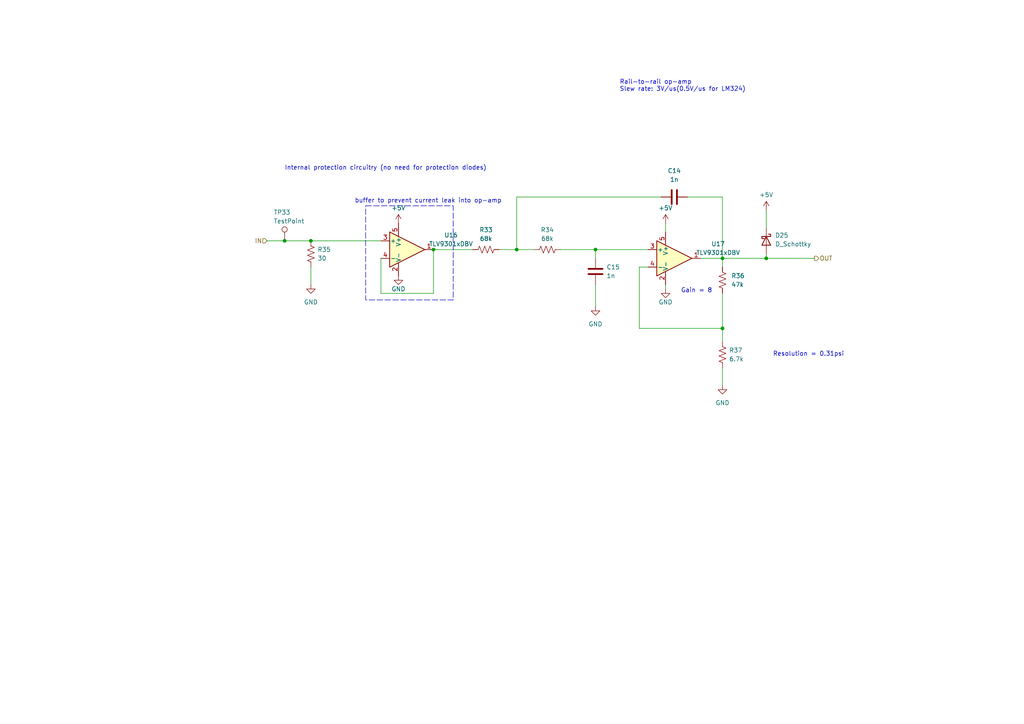
<source format=kicad_sch>
(kicad_sch (version 20230121) (generator eeschema)
  (paper "A4")
  (lib_symbols
    (symbol "Amplifier_Operational:TLV9301xDBV" (pin_names (offset 0.127))
      (property "Reference" "U" (at -1.27 6.35 0))
      (property "Value" "TLV9301xDBV" (at -1.27 3.81 0))
      (symbol "TLV9301xDBV_0_1"
        (polyline (pts (xy -5.08 5.08) (xy 5.08 0) (xy -5.08 -5.08) (xy -5.08 5.08)) (stroke (width 0.254)) (fill (type background)))
        (pin power_in line (at -2.54 -7.62 90) (length 3.81) (name "V-") (number "2"))
        (pin power_in line (at -2.54 7.62 270) (length 3.81) (name "V+") (number "5"))
      )
      (symbol "TLV9301xDBV_1_1"
        (pin output line (at 7.62 0 180) (length 2.54) (name "~") (number "1"))
        (pin input line (at -7.62 2.54 0) (length 2.54) (name "+") (number "3"))
        (pin input line (at -7.62 -2.54 0) (length 2.54) (name "-") (number "4"))
      )
    )
    (symbol "Connector:TestPoint" (pin_numbers hide) (pin_names (offset 0.762) hide)
      (property "Reference" "TP" (at 0 6.858 0))
      (property "Value" "TestPoint" (at 0 5.08 0))
      (symbol "TestPoint_0_1"
        (circle (center 0 3.302) (radius 0.762))
      )
      (symbol "TestPoint_1_1"
        (pin passive line (at 0 0 90) (length 2.54) (name "1") (number "1"))
      )
    )
    (symbol "Device:C" (pin_numbers hide) (pin_names (offset 0.254))
      (property "Reference" "C" (at 0.635 2.54 0))
      (property "Value" "C" (at 0.635 -2.54 0))
      (symbol "C_0_1"
        (polyline (pts (xy -2.032 -0.762) (xy 2.032 -0.762)) (stroke (width 0.508)))
        (polyline (pts (xy -2.032 0.762) (xy 2.032 0.762)) (stroke (width 0.508)))
      )
      (symbol "C_1_1"
        (pin passive line (at 0 3.81 270) (length 2.794) (name "~") (number "1"))
        (pin passive line (at 0 -3.81 90) (length 2.794) (name "~") (number "2"))
      )
    )
    (symbol "Device:D_Schottky" (pin_numbers hide) (pin_names (offset 1.016) hide)
      (property "Reference" "D" (at 0 2.54 0))
      (property "Value" "D_Schottky" (at 0 -2.54 0))
      (symbol "D_Schottky_0_1"
        (polyline (pts (xy 1.27 0) (xy -1.27 0)))
        (polyline (pts (xy 1.27 1.27) (xy 1.27 -1.27) (xy -1.27 0) (xy 1.27 1.27)) (stroke (width 0.254)))
        (polyline (pts (xy -1.905 0.635) (xy -1.905 1.27) (xy -1.27 1.27) (xy -1.27 -1.27) (xy -0.635 -1.27) (xy -0.635 -0.635)) (stroke (width 0.254)))
      )
      (symbol "D_Schottky_1_1"
        (pin passive line (at -3.81 0 0) (length 2.54) (name "K") (number "1"))
        (pin passive line (at 3.81 0 180) (length 2.54) (name "A") (number "2"))
      )
    )
    (symbol "Device:R_US" (pin_numbers hide) (pin_names (offset 0))
      (property "Reference" "R" (at 2.54 0 90))
      (property "Value" "R_US" (at -2.54 0 90))
      (symbol "R_US_0_1"
        (polyline (pts (xy 0 -2.286) (xy 0 -2.54)))
        (polyline (pts (xy 0 2.286) (xy 0 2.54)))
        (polyline (pts (xy 0 -0.762) (xy 1.016 -1.143) (xy 0 -1.524) (xy -1.016 -1.905) (xy 0 -2.286)))
        (polyline (pts (xy 0 0.762) (xy 1.016 0.381) (xy 0 0) (xy -1.016 -0.381) (xy 0 -0.762)))
        (polyline (pts (xy 0 2.286) (xy 1.016 1.905) (xy 0 1.524) (xy -1.016 1.143) (xy 0 0.762)))
      )
      (symbol "R_US_1_1"
        (pin passive line (at 0 3.81 270) (length 1.27) (name "~") (number "1"))
        (pin passive line (at 0 -3.81 90) (length 1.27) (name "~") (number "2"))
      )
    )
    (symbol "power:+5V" (power) (pin_names (offset 0))
      (property "Value" "+5V" (at 0 3.556 0))
      (symbol "+5V_0_1"
        (polyline (pts (xy -0.762 1.27) (xy 0 2.54)))
        (polyline (pts (xy 0 0) (xy 0 2.54)))
        (polyline (pts (xy 0 2.54) (xy 0.762 1.27)))
      )
      (symbol "+5V_1_1"
        (pin power_in line (at 0 0 90) (length 0) hide (name "+5V") (number "1"))
      )
    )
    (symbol "power:GND" (power) (pin_names (offset 0))
      (property "Value" "GND" (at 0 -3.81 0))
      (symbol "GND_0_1"
        (polyline (pts (xy 0 0) (xy 0 -1.27) (xy 1.27 -1.27) (xy 0 -2.54) (xy -1.27 -1.27) (xy 0 -1.27)))
      )
      (symbol "GND_1_1"
        (pin power_in line (at 0 0 270) (length 0) hide (name "GND") (number "1"))
      )
    )
  )
  (junction (at 125.73 72.39))
  (junction (at 172.72 72.39))
  (junction (at 209.55 74.93))
  (junction (at 209.55 95.25))
  (junction (at 149.86 72.39))
  (junction (at 222.25 74.93))
  (junction (at 82.55 69.85))
  (junction (at 90.17 69.85))
  (wire (pts (xy 222.25 60.96) (xy 222.25 66.04)))
  (wire (pts (xy 185.42 95.25) (xy 185.42 77.47)))
  (wire (pts (xy 110.49 69.85) (xy 90.17 69.85)))
  (wire (pts (xy 90.17 77.47) (xy 90.17 82.55)))
  (wire (pts (xy 162.56 72.39) (xy 172.72 72.39)))
  (wire (pts (xy 172.72 82.55) (xy 172.72 88.9)))
  (wire (pts (xy 149.86 57.15) (xy 149.86 72.39)))
  (wire (pts (xy 125.73 85.09) (xy 125.73 72.39)))
  (wire (pts (xy 209.55 95.25) (xy 209.55 99.06)))
  (wire (pts (xy 125.73 72.39) (xy 137.16 72.39)))
  (wire (pts (xy 222.25 74.93) (xy 222.25 73.66)))
  (wire (pts (xy 191.77 57.15) (xy 149.86 57.15)))
  (wire (pts (xy 110.49 74.93) (xy 110.49 85.09)))
  (wire (pts (xy 209.55 85.09) (xy 209.55 95.25)))
  (wire (pts (xy 203.2 74.93) (xy 209.55 74.93)))
  (wire (pts (xy 185.42 77.47) (xy 187.96 77.47)))
  (wire (pts (xy 149.86 72.39) (xy 154.94 72.39)))
  (wire (pts (xy 172.72 72.39) (xy 187.96 72.39)))
  (wire (pts (xy 193.04 82.55) (xy 193.04 83.82)))
  (wire (pts (xy 144.78 72.39) (xy 149.86 72.39)))
  (wire (pts (xy 77.47 69.85) (xy 82.55 69.85)))
  (wire (pts (xy 110.49 85.09) (xy 125.73 85.09)))
  (wire (pts (xy 172.72 72.39) (xy 172.72 74.93)))
  (wire (pts (xy 82.55 69.85) (xy 90.17 69.85)))
  (wire (pts (xy 199.39 57.15) (xy 209.55 57.15)))
  (wire (pts (xy 209.55 95.25) (xy 185.42 95.25)))
  (wire (pts (xy 209.55 74.93) (xy 222.25 74.93)))
  (wire (pts (xy 209.55 106.68) (xy 209.55 111.76)))
  (wire (pts (xy 209.55 57.15) (xy 209.55 74.93)))
  (wire (pts (xy 209.55 74.93) (xy 209.55 77.47)))
  (wire (pts (xy 236.22 74.93) (xy 222.25 74.93)))
  (wire (pts (xy 193.04 64.77) (xy 193.04 67.31)))
  (rectangle (start 106.045 59.69) (end 131.445 86.995) (stroke (width 0) (type dash)))
  (text "Gain = 8" (at 197.485 85.09 0) (effects (font (size 1.27 1.27)) (justify left bottom)))
  (text "Resolution = 0.31psi" (at 224.155 103.505 0) (effects (font (size 1.27 1.27)) (justify left bottom)))
  (text "Rail-to-rail op-amp\nSlew rate: 3V/us(0.5V/us for LM324)" (at 179.705 26.67 0) (effects (font (size 1.27 1.27)) (justify left bottom)))
  (text "buffer to prevent current leak into op-amp" (at 102.87 59.055 0) (effects (font (size 1.27 1.27)) (justify left bottom)))
  (text "Internal protection circuitry (no need for protection diodes)" (at 82.55 49.53 0) (effects (font (size 1.27 1.27)) (justify left bottom)))
  (hierarchical_label "OUT" (shape output) (at 236.22 74.93 0))
  (hierarchical_label "IN" (shape input) (at 77.47 69.85 180))
  (symbol (lib_id "Amplifier_Operational:TLV9301xDBV") (at 118.11 72.39 0) (unit 1)
    (property "Reference" "U16" (at 130.81 68.1991 0))
    (property "Value" "TLV9301xDBV" (at 130.81 70.7391 0))
    (property "Footprint" "Package_TO_SOT_SMD:SOT-23-5" (effects hide))
    (property "Datasheet" "https://www.ti.com/lit/ds/symlink/tlv9301.pdf" (effects hide))
    (instances (project "karca_v2" (path "" (reference "U16") (unit 1)) (path "" (reference "U18") (unit 1)) (path "" (reference "U20") (unit 1)) (path "" (reference "U22") (unit 1))))
  )
  (symbol (lib_id "Device:R_US") (at 209.55 102.87 180) (unit 1)
    (property "Reference" "R37" (at 211.455 101.6 0) (effects (justify right)))
    (property "Value" "6.7k" (at 211.455 104.14 0) (effects (justify right)))
    (instances (project "karca_v2" (path "" (reference "R37") (unit 1)) (path "" (reference "R42") (unit 1)) (path "" (reference "R47") (unit 1)) (path "" (reference "R52") (unit 1))))
  )
  (symbol (lib_id "Device:C") (at 195.58 57.15 270) (unit 1)
    (property "Reference" "C14" (at 195.58 49.53 90))
    (property "Value" "1n" (at 195.58 52.07 90))
    (instances (project "karca_v2" (path "" (reference "C14") (unit 1)) (path "" (reference "C16") (unit 1)) (path "" (reference "C18") (unit 1)) (path "" (reference "C20") (unit 1))))
  )
  (symbol (lib_id "Device:R_US") (at 158.75 72.39 90) (unit 1)
    (property "Reference" "R34" (at 158.75 66.675 90))
    (property "Value" "68k" (at 158.75 69.215 90))
    (instances (project "karca_v2" (path "" (reference "R34") (unit 1)) (path "" (reference "R39") (unit 1)) (path "" (reference "R44") (unit 1)) (path "" (reference "R49") (unit 1))))
  )
  (symbol (lib_id "power:+5V") (at 193.04 64.77 0) (unit 1)
    (property "Reference" "#PWR075" (effects hide))
    (property "Value" "+5V" (at 193.04 60.325 0))
    (instances (project "karca_v2" (path "" (reference "#PWR075") (unit 1)) (path "" (reference "#PWR083") (unit 1)) (path "" (reference "#PWR091") (unit 1)) (path "" (reference "#PWR099") (unit 1))))
  )
  (symbol (lib_id "power:GND") (at 209.55 111.76 0) (unit 1)
    (property "Reference" "#PWR080" (effects hide))
    (property "Value" "GND" (at 209.55 116.84 0))
    (instances (project "karca_v2" (path "" (reference "#PWR080") (unit 1)) (path "" (reference "#PWR088") (unit 1)) (path "" (reference "#PWR096") (unit 1)) (path "" (reference "#PWR0104") (unit 1))))
  )
  (symbol (lib_id "power:GND") (at 172.72 88.9 0) (unit 1)
    (property "Reference" "#PWR079" (effects hide))
    (property "Value" "GND" (at 172.72 93.98 0))
    (instances (project "karca_v2" (path "" (reference "#PWR079") (unit 1)) (path "" (reference "#PWR087") (unit 1)) (path "" (reference "#PWR095") (unit 1)) (path "" (reference "#PWR0103") (unit 1))))
  )
  (symbol (lib_id "Connector:TestPoint") (at 82.55 69.85 0) (unit 1)
    (property "Reference" "TP33" (at 79.375 61.595 0) (effects (justify left)))
    (property "Value" "TestPoint" (at 79.375 64.135 0) (effects (justify left)))
    (instances (project "karca_v2" (path "" (reference "TP33") (unit 1)) (path "" (reference "TP34") (unit 1)) (path "" (reference "TP35") (unit 1)) (path "" (reference "TP36") (unit 1))))
  )
  (symbol (lib_id "Device:R_US") (at 90.17 73.66 0) (unit 1)
    (property "Reference" "R35" (at 92.075 72.39 0) (effects (justify left)))
    (property "Value" "30" (at 92.075 74.93 0) (effects (justify left)))
    (instances (project "karca_v2" (path "" (reference "R35") (unit 1)) (path "" (reference "R40") (unit 1)) (path "" (reference "R45") (unit 1)) (path "" (reference "R50") (unit 1))))
  )
  (symbol (lib_id "Device:D_Schottky") (at 222.25 69.85 270) (unit 1)
    (property "Reference" "D25" (at 224.79 68.2625 90) (effects (justify left)))
    (property "Value" "D_Schottky" (at 224.79 70.8025 90) (effects (justify left)))
    (instances (project "karca_v2" (path "" (reference "D25") (unit 1)) (path "" (reference "D26") (unit 1)) (path "" (reference "D27") (unit 1)) (path "" (reference "D28") (unit 1))))
  )
  (symbol (lib_id "Device:R_US") (at 140.97 72.39 90) (unit 1)
    (property "Reference" "R33" (at 140.97 66.675 90))
    (property "Value" "68k" (at 140.97 69.215 90))
    (instances (project "karca_v2" (path "" (reference "R33") (unit 1)) (path "" (reference "R38") (unit 1)) (path "" (reference "R43") (unit 1)) (path "" (reference "R48") (unit 1))))
  )
  (symbol (lib_id "Device:C") (at 172.72 78.74 0) (unit 1)
    (property "Reference" "C15" (at 175.895 77.47 0) (effects (justify left)))
    (property "Value" "1n" (at 175.895 80.01 0) (effects (justify left)))
    (instances (project "karca_v2" (path "" (reference "C15") (unit 1)) (path "" (reference "C17") (unit 1)) (path "" (reference "C19") (unit 1)) (path "" (reference "C21") (unit 1))))
  )
  (symbol (lib_id "Amplifier_Operational:TLV9301xDBV") (at 195.58 74.93 0) (unit 1)
    (property "Reference" "U17" (at 208.28 70.7391 0))
    (property "Value" "TLV9301xDBV" (at 208.28 73.2791 0))
    (property "Footprint" "Package_TO_SOT_SMD:SOT-23-5" (effects hide))
    (property "Datasheet" "https://www.ti.com/lit/ds/symlink/tlv9301.pdf" (effects hide))
    (instances (project "karca_v2" (path "" (reference "U17") (unit 1)) (path "" (reference "U19") (unit 1)) (path "" (reference "U21") (unit 1)) (path "" (reference "U23") (unit 1))))
  )
  (symbol (lib_id "Device:R_US") (at 209.55 81.28 180) (unit 1)
    (property "Reference" "R36" (at 212.09 80.01 0) (effects (justify right)))
    (property "Value" "47k" (at 212.09 82.55 0) (effects (justify right)))
    (instances (project "karca_v2" (path "" (reference "R36") (unit 1)) (path "" (reference "R41") (unit 1)) (path "" (reference "R46") (unit 1)) (path "" (reference "R51") (unit 1))))
  )
  (symbol (lib_id "power:+5V") (at 222.25 60.96 0) (unit 1)
    (property "Reference" "#PWR073" (effects hide))
    (property "Value" "+5V" (at 222.25 56.515 0))
    (instances (project "karca_v2" (path "" (reference "#PWR073") (unit 1)) (path "" (reference "#PWR081") (unit 1)) (path "" (reference "#PWR089") (unit 1)) (path "" (reference "#PWR097") (unit 1))))
  )
  (symbol (lib_id "power:GND") (at 115.57 80.01 0) (unit 1)
    (property "Reference" "#PWR076" (effects hide))
    (property "Value" "GND" (at 115.57 83.82 0))
    (instances (project "karca_v2" (path "" (reference "#PWR076") (unit 1)) (path "" (reference "#PWR084") (unit 1)) (path "" (reference "#PWR092") (unit 1)) (path "" (reference "#PWR0100") (unit 1))))
  )
  (symbol (lib_id "power:GND") (at 90.17 82.55 0) (unit 1)
    (property "Reference" "#PWR077" (effects hide))
    (property "Value" "GND" (at 90.17 87.63 0))
    (instances (project "karca_v2" (path "" (reference "#PWR077") (unit 1)) (path "" (reference "#PWR085") (unit 1)) (path "" (reference "#PWR093") (unit 1)) (path "" (reference "#PWR0101") (unit 1))))
  )
  (symbol (lib_id "power:GND") (at 193.04 83.82 0) (unit 1)
    (property "Reference" "#PWR078" (effects hide))
    (property "Value" "GND" (at 193.04 87.63 0))
    (instances (project "karca_v2" (path "" (reference "#PWR078") (unit 1)) (path "" (reference "#PWR086") (unit 1)) (path "" (reference "#PWR094") (unit 1)) (path "" (reference "#PWR0102") (unit 1))))
  )
  (symbol (lib_id "power:+5V") (at 115.57 64.77 0) (unit 1)
    (property "Reference" "#PWR074" (effects hide))
    (property "Value" "+5V" (at 115.57 60.325 0))
    (instances (project "karca_v2" (path "" (reference "#PWR074") (unit 1)) (path "" (reference "#PWR082") (unit 1)) (path "" (reference "#PWR090") (unit 1)) (path "" (reference "#PWR098") (unit 1))))
  )
)
</source>
